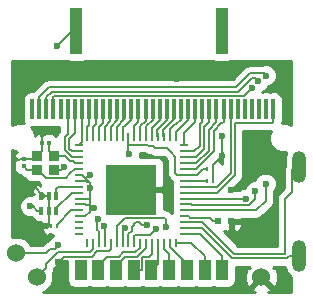
<source format=gtl>
G04 #@! TF.FileFunction,Copper,L1,Top,Signal*
%FSLAX46Y46*%
G04 Gerber Fmt 4.6, Leading zero omitted, Abs format (unit mm)*
G04 Created by KiCad (PCBNEW 4.0.5+dfsg1-4) date Thu Nov  2 15:49:47 2017*
%MOMM*%
%LPD*%
G01*
G04 APERTURE LIST*
%ADD10C,0.100000*%
%ADD11R,0.310000X1.750000*%
%ADD12R,0.300000X0.700000*%
%ADD13R,0.350000X0.300000*%
%ADD14R,0.300000X0.350000*%
%ADD15R,0.280000X0.430000*%
%ADD16R,0.950000X0.850000*%
%ADD17R,1.000000X4.000000*%
%ADD18R,0.600000X0.500000*%
%ADD19R,0.985000X1.750000*%
%ADD20O,0.800000X0.250000*%
%ADD21O,0.250000X0.800000*%
%ADD22R,4.250000X4.250000*%
%ADD23O,1.200000X2.700000*%
%ADD24C,1.524000*%
%ADD25C,0.600000*%
%ADD26C,0.177800*%
%ADD27C,0.254000*%
G04 APERTURE END LIST*
D10*
D11*
X99200000Y-70200000D03*
X99800000Y-70200000D03*
X100400000Y-70200000D03*
X101000000Y-70200000D03*
X101600000Y-70200000D03*
X102200000Y-70200000D03*
X102800000Y-70200000D03*
X103400000Y-70200000D03*
X104000000Y-70200000D03*
X104600000Y-70200000D03*
X105200000Y-70200000D03*
X105800000Y-70200000D03*
X106400000Y-70200000D03*
X107000000Y-70200000D03*
X107600000Y-70200000D03*
X108200000Y-70200000D03*
X108800000Y-70200000D03*
X109400000Y-70200000D03*
X110000000Y-70200000D03*
X110600000Y-70200000D03*
X111200000Y-70200000D03*
X111800000Y-70200000D03*
X112400000Y-70200000D03*
X113000000Y-70200000D03*
X113600000Y-70200000D03*
X114200000Y-70200000D03*
X114800000Y-70200000D03*
X115400000Y-70200000D03*
X116000000Y-70200000D03*
X116600000Y-70200000D03*
X117200000Y-70200000D03*
X117800000Y-70200000D03*
X118400000Y-70200000D03*
X119000000Y-70200000D03*
X119600000Y-70200000D03*
D12*
X99973200Y-78780000D03*
X100613200Y-78780000D03*
X101253200Y-78780000D03*
X101253200Y-77530000D03*
X100613200Y-77530000D03*
X99973200Y-77530000D03*
D13*
X98479600Y-74996000D03*
X98479600Y-74436000D03*
D14*
X100613200Y-73039600D03*
X100053200Y-73039600D03*
D15*
X101273600Y-80050000D03*
X100753600Y-80050000D03*
X113993000Y-76240000D03*
X114513000Y-76240000D03*
X113993000Y-75224000D03*
X114513000Y-75224000D03*
D16*
X101070400Y-74157200D03*
X99620400Y-74157200D03*
X99620400Y-75307200D03*
X101070400Y-75307200D03*
D17*
X102950000Y-63540000D03*
X115250000Y-63540000D03*
D18*
X114973000Y-79669000D03*
X116073000Y-79669000D03*
D19*
X103300000Y-83800000D03*
X104800000Y-83800000D03*
X106300000Y-83800000D03*
X107800000Y-83800000D03*
X109300000Y-83800000D03*
X110800000Y-83800000D03*
X112300000Y-83800000D03*
X113800000Y-83800000D03*
X115300000Y-83800000D03*
D20*
X112075000Y-80750000D03*
X112075000Y-80250000D03*
X112075000Y-79750000D03*
X112075000Y-79250000D03*
X112075000Y-78750000D03*
X112075000Y-78250000D03*
X112075000Y-77750000D03*
X112075000Y-77250000D03*
X112075000Y-76750000D03*
X112075000Y-76250000D03*
X112075000Y-75750000D03*
X112075000Y-75250000D03*
X112075000Y-74750000D03*
X112075000Y-74250000D03*
X112075000Y-73750000D03*
X112075000Y-73250000D03*
D21*
X111350000Y-72525000D03*
X110850000Y-72525000D03*
X110350000Y-72525000D03*
X109850000Y-72525000D03*
X109350000Y-72525000D03*
X108850000Y-72525000D03*
X108350000Y-72525000D03*
X107850000Y-72525000D03*
X107350000Y-72525000D03*
X106850000Y-72525000D03*
X106350000Y-72525000D03*
X105850000Y-72525000D03*
X105350000Y-72525000D03*
X104850000Y-72525000D03*
X104350000Y-72525000D03*
X103850000Y-72525000D03*
D20*
X103125000Y-73250000D03*
X103125000Y-73750000D03*
X103125000Y-74250000D03*
X103125000Y-74750000D03*
X103125000Y-75250000D03*
X103125000Y-75750000D03*
X103125000Y-76250000D03*
X103125000Y-76750000D03*
X103125000Y-77250000D03*
X103125000Y-77750000D03*
X103125000Y-78250000D03*
X103125000Y-78750000D03*
X103125000Y-79250000D03*
X103125000Y-79750000D03*
X103125000Y-80250000D03*
X103125000Y-80750000D03*
D21*
X103850000Y-81475000D03*
X104350000Y-81475000D03*
X104850000Y-81475000D03*
X105350000Y-81475000D03*
X105850000Y-81475000D03*
X106350000Y-81475000D03*
X106850000Y-81475000D03*
X107350000Y-81475000D03*
X107850000Y-81475000D03*
X108350000Y-81475000D03*
X108850000Y-81475000D03*
X109350000Y-81475000D03*
X109850000Y-81475000D03*
X110350000Y-81475000D03*
X110850000Y-81475000D03*
X111350000Y-81475000D03*
D22*
X107600000Y-77000000D03*
D23*
X121800000Y-82600000D03*
X121800000Y-75100000D03*
D24*
X99600000Y-84400000D03*
X97870000Y-82400000D03*
X118600000Y-84400000D03*
D25*
X116793000Y-81320000D03*
X107268000Y-66715000D03*
X102696000Y-66334000D03*
X101426000Y-83098000D03*
X98632000Y-66715000D03*
X111459000Y-67604000D03*
X99775000Y-80050000D03*
X106125000Y-77637000D03*
X106760000Y-75351000D03*
X115142000Y-67477000D03*
X116031000Y-77002000D03*
X98759000Y-76875000D03*
X100156000Y-72049000D03*
X101870519Y-75085707D03*
X115269000Y-74135200D03*
X115269000Y-72430000D03*
X107600000Y-77000000D03*
X108919000Y-80010000D03*
X107395000Y-73954000D03*
X105283300Y-80100800D03*
X110570000Y-80177000D03*
X107072454Y-80214286D03*
X101426000Y-81701000D03*
X104753400Y-79516600D03*
X118970552Y-67335422D03*
X118974981Y-76489728D03*
X118358989Y-67816011D03*
X118063000Y-77129000D03*
X117809000Y-68366000D03*
X117301000Y-77750000D03*
X101299000Y-64810000D03*
X99013000Y-78399000D03*
X104093000Y-76821200D03*
X104093000Y-75732000D03*
X104474000Y-78526000D03*
X109681000Y-80304000D03*
D26*
X102200000Y-70200000D02*
X102200000Y-72296092D01*
X102200000Y-72296092D02*
X101959390Y-72536702D01*
X101959390Y-72536702D02*
X101959390Y-73665098D01*
X101959390Y-73665098D02*
X102544292Y-74250000D01*
X102544292Y-74250000D02*
X103125000Y-74250000D01*
X102315000Y-72684000D02*
X102315000Y-73517800D01*
X102315000Y-73517800D02*
X102547200Y-73750000D01*
X102547200Y-73750000D02*
X103125000Y-73750000D01*
X102800000Y-72199000D02*
X102315000Y-72684000D01*
X102800000Y-70200000D02*
X102800000Y-72199000D01*
X103400000Y-70200000D02*
X103400000Y-72975000D01*
X103400000Y-72975000D02*
X103125000Y-73250000D01*
X104000000Y-70200000D02*
X104000000Y-71507000D01*
X103850000Y-71657000D02*
X103850000Y-72525000D01*
X104000000Y-71507000D02*
X103850000Y-71657000D01*
X104600000Y-70200000D02*
X104600000Y-71415000D01*
X104350000Y-71665000D02*
X104350000Y-72525000D01*
X104600000Y-71415000D02*
X104350000Y-71665000D01*
X105200000Y-70200000D02*
X105200000Y-71317898D01*
X104850000Y-71667898D02*
X104850000Y-72525000D01*
X105200000Y-71317898D02*
X104850000Y-71667898D01*
X105800000Y-70200000D02*
X105800000Y-71220796D01*
X105350000Y-71670796D02*
X105350000Y-72525000D01*
X105800000Y-71220796D02*
X105350000Y-71670796D01*
X106400000Y-70200000D02*
X106400000Y-71123694D01*
X105850000Y-71673694D02*
X105850000Y-72525000D01*
X106400000Y-71123694D02*
X105850000Y-71673694D01*
X107000000Y-70200000D02*
X107000000Y-71026592D01*
X107000000Y-71026592D02*
X106350000Y-71676592D01*
X106350000Y-71676592D02*
X106350000Y-72525000D01*
X107600000Y-70200000D02*
X107600000Y-71082000D01*
X106850000Y-71679490D02*
X106850000Y-72525000D01*
X106937745Y-71591745D02*
X106850000Y-71679490D01*
X107090255Y-71591745D02*
X106937745Y-71591745D01*
X107600000Y-71082000D02*
X107090255Y-71591745D01*
X108200000Y-70200000D02*
X108200000Y-71244000D01*
X107850000Y-71594000D02*
X107850000Y-72525000D01*
X108200000Y-71244000D02*
X107850000Y-71594000D01*
X108800000Y-70200000D02*
X108800000Y-71152000D01*
X108350000Y-71602000D02*
X108350000Y-72525000D01*
X108800000Y-71152000D02*
X108350000Y-71602000D01*
X109400000Y-70200000D02*
X109400000Y-71060000D01*
X109400000Y-71060000D02*
X108850000Y-71610000D01*
X108850000Y-71610000D02*
X108850000Y-72525000D01*
X110000000Y-70200000D02*
X110000000Y-71095000D01*
X109350000Y-71745000D02*
X109350000Y-72525000D01*
X110000000Y-71095000D02*
X109350000Y-71745000D01*
X110600000Y-70200000D02*
X110600000Y-71130000D01*
X109808000Y-71922000D02*
X109808000Y-72483000D01*
X110600000Y-71130000D02*
X109808000Y-71922000D01*
X109808000Y-72483000D02*
X109850000Y-72525000D01*
X111200000Y-70200000D02*
X111200000Y-71032898D01*
X111200000Y-71032898D02*
X110951000Y-71281898D01*
X110951000Y-71281898D02*
X110313449Y-71919449D01*
X110313449Y-71919449D02*
X110313449Y-72488449D01*
X110313449Y-72488449D02*
X110350000Y-72525000D01*
X111800000Y-70200000D02*
X111800000Y-71073000D01*
X111800000Y-71073000D02*
X111400602Y-71472398D01*
X111400602Y-71472398D02*
X111273602Y-71472398D01*
X111273602Y-71472398D02*
X110850000Y-71896000D01*
X110850000Y-71896000D02*
X110850000Y-72525000D01*
X112400000Y-70200000D02*
X112400000Y-71108000D01*
X112400000Y-71108000D02*
X111350000Y-72158000D01*
X111350000Y-72158000D02*
X111350000Y-72525000D01*
X113000000Y-70200000D02*
X113000000Y-71252800D01*
X113000000Y-71252800D02*
X112075000Y-72177800D01*
X112075000Y-72177800D02*
X112075000Y-73250000D01*
X113600000Y-70200000D02*
X113600000Y-71252800D01*
X113600000Y-71252800D02*
X113421701Y-71431099D01*
X113421701Y-71431099D02*
X113421701Y-73261299D01*
X113421701Y-73261299D02*
X112933000Y-73750000D01*
X112933000Y-73750000D02*
X112075000Y-73750000D01*
X113600000Y-70200000D02*
X113600000Y-70670000D01*
X113777311Y-73540689D02*
X113068000Y-74250000D01*
X113068000Y-74250000D02*
X112075000Y-74250000D01*
X114200000Y-70200000D02*
X114200000Y-71252800D01*
X113777311Y-71675489D02*
X113777311Y-73540689D01*
X114200000Y-71252800D02*
X113777311Y-71675489D01*
X114800000Y-70200000D02*
X114800000Y-71248000D01*
X114800000Y-71248000D02*
X114132921Y-71915079D01*
X114132921Y-71915079D02*
X114132920Y-73687988D01*
X114132920Y-73687988D02*
X113070908Y-74750000D01*
X113070908Y-74750000D02*
X112075000Y-74750000D01*
X112075000Y-75250000D02*
X113073816Y-75250000D01*
X113073816Y-75250000D02*
X114558719Y-73765097D01*
X114558719Y-73765097D02*
X114558719Y-71992189D01*
X114558719Y-71992189D02*
X115155610Y-71395298D01*
X115155610Y-71395298D02*
X115257502Y-71395298D01*
X115257502Y-71395298D02*
X115400000Y-71252800D01*
X115400000Y-71252800D02*
X115400000Y-70200000D01*
X112075000Y-76750000D02*
X114828062Y-76750000D01*
X114828062Y-76750000D02*
X116000000Y-75578062D01*
X116000000Y-75578062D02*
X116000000Y-71252800D01*
X116000000Y-71252800D02*
X116000000Y-70200000D01*
X120763562Y-82810438D02*
X120974000Y-82600000D01*
X120974000Y-82600000D02*
X121800000Y-82600000D01*
X116158000Y-82810438D02*
X120763562Y-82810438D01*
X112075000Y-80250000D02*
X113597562Y-80250000D01*
X113597562Y-80250000D02*
X116158000Y-82810438D01*
X121800000Y-81850000D02*
X121800000Y-82600000D01*
X121238000Y-75224000D02*
X121676000Y-75224000D01*
X121676000Y-75224000D02*
X121800000Y-75100000D01*
X121238000Y-77189800D02*
X121238000Y-75224000D01*
X120616264Y-82454828D02*
X120616264Y-77811536D01*
X120616264Y-77811536D02*
X121238000Y-77189800D01*
X116305298Y-82454828D02*
X120616264Y-82454828D01*
X112075000Y-79750000D02*
X113600470Y-79750000D01*
X113600470Y-79750000D02*
X116305298Y-82454828D01*
X104800000Y-83800000D02*
X104800000Y-83417500D01*
X105559201Y-82658299D02*
X106556293Y-82658299D01*
X104800000Y-83417500D02*
X105559201Y-82658299D01*
X106556293Y-82658299D02*
X106911903Y-82302689D01*
X108350000Y-81896622D02*
X108350000Y-81475000D01*
X106911903Y-82302689D02*
X107943933Y-82302689D01*
X107943933Y-82302689D02*
X108350000Y-81896622D01*
X108350000Y-81475000D02*
X108350000Y-81803961D01*
X104800000Y-84182500D02*
X104800000Y-83800000D01*
X108850000Y-81475000D02*
X108850000Y-81899530D01*
X108091231Y-82658299D02*
X107059201Y-82658299D01*
X108850000Y-81899530D02*
X108091231Y-82658299D01*
X107059201Y-82658299D02*
X106300000Y-83417500D01*
X106300000Y-83417500D02*
X106300000Y-83800000D01*
X109350000Y-82413000D02*
X109249200Y-82513800D01*
X109249200Y-82513800D02*
X109173000Y-82590000D01*
X108594139Y-82658299D02*
X109104701Y-82658299D01*
X109104701Y-82658299D02*
X109249200Y-82513800D01*
X108538000Y-83732300D02*
X108538000Y-82714438D01*
X108538000Y-82714438D02*
X108594139Y-82658299D01*
X107800000Y-83800000D02*
X108470300Y-83800000D01*
X108470300Y-83800000D02*
X108538000Y-83732300D01*
X109350000Y-81475000D02*
X109350000Y-82413000D01*
X109850000Y-81475000D02*
X109850000Y-83250000D01*
X109850000Y-83250000D02*
X109300000Y-83800000D01*
X109350000Y-83750000D02*
X109300000Y-83800000D01*
X109300000Y-83800000D02*
X109300000Y-83098000D01*
X110800000Y-83800000D02*
X110800000Y-82439000D01*
X110350000Y-81989000D02*
X110350000Y-81475000D01*
X110800000Y-82439000D02*
X110350000Y-81989000D01*
X110850000Y-81475000D02*
X110850000Y-81854000D01*
X110850000Y-81854000D02*
X112300000Y-83304000D01*
X112300000Y-83304000D02*
X112300000Y-83800000D01*
X111350000Y-81475000D02*
X112630000Y-81475000D01*
X113800000Y-82645000D02*
X113800000Y-83800000D01*
X112630000Y-81475000D02*
X113800000Y-82645000D01*
X112075000Y-80750000D02*
X113429000Y-80750000D01*
X115300000Y-82621000D02*
X115300000Y-83800000D01*
X113429000Y-80750000D02*
X115300000Y-82621000D01*
X102696000Y-66334000D02*
X106887000Y-66334000D01*
X106887000Y-66334000D02*
X107268000Y-66715000D01*
X98632000Y-66715000D02*
X102315000Y-66715000D01*
X102315000Y-66715000D02*
X102696000Y-66334000D01*
X97743000Y-74462000D02*
X97743000Y-75859000D01*
X97743000Y-75859000D02*
X98759000Y-76875000D01*
X98100800Y-74462000D02*
X97743000Y-74462000D01*
X98479600Y-74436000D02*
X98126800Y-74436000D01*
X98126800Y-74436000D02*
X98100800Y-74462000D01*
X116073000Y-79669000D02*
X116073000Y-80600000D01*
X116073000Y-80600000D02*
X116793000Y-81320000D01*
X107600000Y-78326092D02*
X107600000Y-77000000D01*
X100053200Y-73039600D02*
X100053200Y-72151800D01*
X100053200Y-72151800D02*
X100156000Y-72049000D01*
X99973200Y-77530000D02*
X99973200Y-77330000D01*
X99973200Y-77330000D02*
X99518200Y-76875000D01*
X99518200Y-76875000D02*
X99140000Y-76875000D01*
X107268000Y-66715000D02*
X110570000Y-66715000D01*
X110570000Y-66715000D02*
X111459000Y-67604000D01*
X116073000Y-77044000D02*
X116031000Y-77002000D01*
X105850000Y-82052800D02*
X105693800Y-82209000D01*
X105693800Y-82209000D02*
X104696708Y-82209000D01*
X104696708Y-82209000D02*
X104247409Y-82658299D01*
X104247409Y-82658299D02*
X101865701Y-82658299D01*
X101865701Y-82658299D02*
X101426000Y-83098000D01*
X105850000Y-81475000D02*
X105850000Y-82052800D01*
X107600000Y-78109792D02*
X107600000Y-77000000D01*
X99775000Y-80050000D02*
X100753600Y-80050000D01*
X98759000Y-76875000D02*
X99140000Y-76875000D01*
X98479600Y-74436000D02*
X98504600Y-74436000D01*
X101070400Y-75307200D02*
X101649026Y-75307200D01*
X101649026Y-75307200D02*
X101870519Y-75085707D01*
X98479600Y-74436000D02*
X99341600Y-74436000D01*
X99341600Y-74436000D02*
X99620400Y-74157200D01*
X99973200Y-77530000D02*
X100613200Y-77530000D01*
X100613200Y-78780000D02*
X100613200Y-77530000D01*
X100053200Y-73039600D02*
X100053200Y-73724400D01*
X100053200Y-73724400D02*
X99620400Y-74157200D01*
X100613200Y-78780000D02*
X100613200Y-79909600D01*
X100613200Y-79909600D02*
X100753600Y-80050000D01*
X114533000Y-75224000D02*
X114533000Y-74871200D01*
X114533000Y-74871200D02*
X115269000Y-74135200D01*
X115269000Y-74135200D02*
X115269000Y-72854264D01*
X115269000Y-72854264D02*
X115269000Y-72430000D01*
X114533000Y-76240000D02*
X114533000Y-75224000D01*
X108919000Y-80010000D02*
X108494736Y-80010000D01*
X108494736Y-80010000D02*
X108232047Y-79747311D01*
X108232047Y-79747311D02*
X107951689Y-79747311D01*
X107639155Y-80186845D02*
X107816000Y-80010000D01*
X107816000Y-80010000D02*
X107816000Y-79883000D01*
X107816000Y-79883000D02*
X107951689Y-79747311D01*
X107639155Y-80486303D02*
X107639155Y-80186845D01*
X107350000Y-80775458D02*
X107639155Y-80486303D01*
X107350000Y-81475000D02*
X107350000Y-80775458D01*
X107350000Y-73102800D02*
X107350000Y-73909000D01*
X107350000Y-73909000D02*
X107395000Y-73954000D01*
X105350000Y-81475000D02*
X105350000Y-80167500D01*
X105350000Y-80167500D02*
X105283300Y-80100800D01*
X109066200Y-73319000D02*
X109427000Y-73319000D01*
X109427000Y-73319000D02*
X109604780Y-73496780D01*
X110657658Y-73520344D02*
X110957657Y-73820343D01*
X109604780Y-73496780D02*
X110634094Y-73496780D01*
X110634094Y-73496780D02*
X110657658Y-73520344D01*
X111332000Y-75584800D02*
X111332000Y-74194686D01*
X111332000Y-74194686D02*
X110957657Y-73820343D01*
X112983000Y-75750000D02*
X113076724Y-75750000D01*
X113119200Y-75750000D02*
X113645200Y-75224000D01*
X112075000Y-75750000D02*
X112983000Y-75750000D01*
X112983000Y-75750000D02*
X113119200Y-75750000D01*
X113645200Y-75224000D02*
X113973000Y-75224000D01*
X109066200Y-73319000D02*
X108938910Y-73191710D01*
X111497200Y-75750000D02*
X111332000Y-75584800D01*
X112075000Y-75750000D02*
X111497200Y-75750000D01*
X107438910Y-73191710D02*
X107350000Y-73102800D01*
X108938910Y-73191710D02*
X107438910Y-73191710D01*
X107350000Y-73102800D02*
X107350000Y-72525000D01*
X112093000Y-75732000D02*
X112075000Y-75750000D01*
X106350000Y-81475000D02*
X106350000Y-80098022D01*
X106350000Y-80098022D02*
X107037299Y-79410723D01*
X107037299Y-79410723D02*
X107037299Y-79391701D01*
X110570000Y-79542000D02*
X110570000Y-80177000D01*
X110419701Y-79391701D02*
X110570000Y-79542000D01*
X107037299Y-79391701D02*
X110419701Y-79391701D01*
X106850000Y-81475000D02*
X106850000Y-80436740D01*
X106850000Y-80436740D02*
X107072454Y-80214286D01*
X104350000Y-81475000D02*
X104350000Y-82052800D01*
X104350000Y-82052800D02*
X104100111Y-82302689D01*
X104100111Y-82302689D02*
X101382593Y-82302689D01*
X101382593Y-82302689D02*
X100361999Y-83323283D01*
X100361999Y-83323283D02*
X100361999Y-83638001D01*
X100361999Y-83638001D02*
X99600000Y-84400000D01*
X101426000Y-81701000D02*
X101126001Y-82000999D01*
X101126001Y-82000999D02*
X100746001Y-82000999D01*
X100746001Y-82000999D02*
X100347000Y-82400000D01*
X100347000Y-82400000D02*
X97870000Y-82400000D01*
X104850000Y-81475000D02*
X104850000Y-80506218D01*
X104850000Y-80506218D02*
X104716599Y-80372817D01*
X104716599Y-80372817D02*
X104716599Y-79553401D01*
X104716599Y-79553401D02*
X104753400Y-79516600D01*
X117672971Y-67160403D02*
X116486294Y-68347080D01*
X116486294Y-68347080D02*
X100600120Y-68347080D01*
X100600120Y-68347080D02*
X99800000Y-69147200D01*
X99800000Y-69147200D02*
X99800000Y-70200000D01*
X118970552Y-67335422D02*
X118795532Y-67160402D01*
X118795532Y-67160402D02*
X117672971Y-67160403D01*
X112075000Y-78750000D02*
X118164626Y-78750000D01*
X118164626Y-78750000D02*
X118974981Y-77939645D01*
X118974981Y-77939645D02*
X118974981Y-76489728D01*
X99775000Y-70225000D02*
X99800000Y-70200000D01*
X112075000Y-78250000D02*
X112652800Y-78250000D01*
X118063000Y-77826718D02*
X118063000Y-77553264D01*
X112652800Y-78250000D02*
X112719501Y-78316701D01*
X112719501Y-78316701D02*
X117573017Y-78316701D01*
X117573017Y-78316701D02*
X118063000Y-77826718D01*
X118063000Y-77553264D02*
X118063000Y-77129000D01*
X118358989Y-67816011D02*
X118058990Y-67516012D01*
X118058990Y-67516012D02*
X117820270Y-67516012D01*
X117820270Y-67516012D02*
X116633592Y-68702690D01*
X116633592Y-68702690D02*
X100844510Y-68702690D01*
X100844510Y-68702690D02*
X100400000Y-69147200D01*
X100400000Y-69147200D02*
X100400000Y-70200000D01*
X100410000Y-70210000D02*
X100400000Y-70200000D01*
X112075000Y-77750000D02*
X117301000Y-77750000D01*
X117809000Y-68366000D02*
X117116701Y-69058299D01*
X117116701Y-69058299D02*
X101088901Y-69058299D01*
X101088901Y-69058299D02*
X101000000Y-69147200D01*
X101000000Y-69147200D02*
X101000000Y-70200000D01*
X101045000Y-70245000D02*
X101000000Y-70200000D01*
X112075000Y-76250000D02*
X113963000Y-76250000D01*
X113963000Y-76250000D02*
X113973000Y-76240000D01*
X112075000Y-77250000D02*
X114830970Y-77250000D01*
X116357299Y-71341701D02*
X119511099Y-71341701D01*
X114830970Y-77250000D02*
X116355610Y-75725360D01*
X116355610Y-75725360D02*
X116355610Y-71343390D01*
X116355610Y-71343390D02*
X116357299Y-71341701D01*
X119511099Y-71341701D02*
X119600000Y-71252800D01*
X119600000Y-71252800D02*
X119600000Y-70200000D01*
X112075000Y-79250000D02*
X112437000Y-79250000D01*
X112437000Y-79250000D02*
X112581390Y-79394390D01*
X112581390Y-79394390D02*
X114220590Y-79394390D01*
X114220590Y-79394390D02*
X114495200Y-79669000D01*
X114495200Y-79669000D02*
X114973000Y-79669000D01*
X101424000Y-76750000D02*
X101253200Y-76920800D01*
X101253200Y-76920800D02*
X101253200Y-77530000D01*
X103125000Y-76750000D02*
X101424000Y-76750000D01*
X101253200Y-78780000D02*
X101253200Y-78544000D01*
X101253200Y-78544000D02*
X102547200Y-77250000D01*
X102547200Y-77250000D02*
X103125000Y-77250000D01*
X101299000Y-64810000D02*
X102569000Y-63540000D01*
X102569000Y-63540000D02*
X102950000Y-63540000D01*
X99264400Y-78399000D02*
X99013000Y-78399000D01*
X99973200Y-78780000D02*
X99645400Y-78780000D01*
X99645400Y-78780000D02*
X99264400Y-78399000D01*
X101273600Y-80050000D02*
X101273600Y-79975000D01*
X101273600Y-79975000D02*
X102498600Y-78750000D01*
X102498600Y-78750000D02*
X102547200Y-78750000D01*
X102547200Y-78750000D02*
X103125000Y-78750000D01*
X101070400Y-74157200D02*
X101948584Y-74157200D01*
X101948584Y-74157200D02*
X102396994Y-74605610D01*
X102396994Y-74605610D02*
X102651649Y-74605610D01*
X102651649Y-74605610D02*
X102796039Y-74750000D01*
X102796039Y-74750000D02*
X103125000Y-74750000D01*
X100613200Y-73039600D02*
X100613200Y-73700000D01*
X100613200Y-73700000D02*
X101070400Y-74157200D01*
X103125000Y-75250000D02*
X102796039Y-75250000D01*
X102796039Y-75250000D02*
X102442000Y-75604039D01*
X102442000Y-75604039D02*
X102442000Y-75605000D01*
X102442000Y-75605000D02*
X102048099Y-75998901D01*
X102048099Y-75998901D02*
X100362101Y-75998901D01*
X100362101Y-75998901D02*
X99670400Y-75307200D01*
X99670400Y-75307200D02*
X99620400Y-75307200D01*
X99620400Y-75307200D02*
X98790800Y-75307200D01*
X98790800Y-75307200D02*
X98479600Y-74996000D01*
X104093000Y-76443000D02*
X104093000Y-76821200D01*
X104017000Y-76367000D02*
X103839000Y-76189000D01*
X103839000Y-76189000D02*
X103400000Y-75750000D01*
X104093000Y-75732000D02*
X103793001Y-76031999D01*
X103793001Y-76031999D02*
X103793001Y-76143001D01*
X103793001Y-76143001D02*
X103839000Y-76189000D01*
X104093000Y-78859800D02*
X104093000Y-78526000D01*
X104093000Y-78526000D02*
X104093000Y-78272000D01*
X104474000Y-78526000D02*
X104093000Y-78526000D01*
X104093000Y-78272000D02*
X104093000Y-77764000D01*
X104093000Y-77764000D02*
X104093000Y-76443000D01*
X103125000Y-77750000D02*
X103702800Y-77750000D01*
X103702800Y-77750000D02*
X103716800Y-77764000D01*
X103716800Y-77764000D02*
X104093000Y-77764000D01*
X103724800Y-78272000D02*
X104093000Y-78272000D01*
X103125000Y-78250000D02*
X103702800Y-78250000D01*
X103702800Y-78250000D02*
X103724800Y-78272000D01*
X104093000Y-76443000D02*
X104017000Y-76367000D01*
X103125000Y-76250000D02*
X103702800Y-76250000D01*
X103702800Y-76250000D02*
X103819800Y-76367000D01*
X103819800Y-76367000D02*
X104017000Y-76367000D01*
X103400000Y-75750000D02*
X103125000Y-75750000D01*
X103125000Y-79250000D02*
X103702800Y-79250000D01*
X103702800Y-79250000D02*
X104093000Y-78859800D01*
X107850000Y-81475000D02*
X107850000Y-80897200D01*
X107850000Y-80897200D02*
X107938910Y-80808290D01*
X107938910Y-80808290D02*
X109176710Y-80808290D01*
X109176710Y-80808290D02*
X109681000Y-80304000D01*
X107850000Y-81475000D02*
X107804000Y-81475000D01*
D27*
G36*
X102160060Y-84675000D02*
X102204338Y-84910317D01*
X102343410Y-85126441D01*
X102555610Y-85271431D01*
X102807500Y-85322440D01*
X103792500Y-85322440D01*
X104027817Y-85278162D01*
X104047204Y-85265687D01*
X104055610Y-85271431D01*
X104307500Y-85322440D01*
X105292500Y-85322440D01*
X105527817Y-85278162D01*
X105547204Y-85265687D01*
X105555610Y-85271431D01*
X105807500Y-85322440D01*
X106792500Y-85322440D01*
X107027817Y-85278162D01*
X107047204Y-85265687D01*
X107055610Y-85271431D01*
X107307500Y-85322440D01*
X108292500Y-85322440D01*
X108527817Y-85278162D01*
X108547204Y-85265687D01*
X108555610Y-85271431D01*
X108807500Y-85322440D01*
X109792500Y-85322440D01*
X110027817Y-85278162D01*
X110047204Y-85265687D01*
X110055610Y-85271431D01*
X110307500Y-85322440D01*
X111292500Y-85322440D01*
X111527817Y-85278162D01*
X111547204Y-85265687D01*
X111555610Y-85271431D01*
X111807500Y-85322440D01*
X112792500Y-85322440D01*
X113027817Y-85278162D01*
X113047204Y-85265687D01*
X113055610Y-85271431D01*
X113307500Y-85322440D01*
X114292500Y-85322440D01*
X114527817Y-85278162D01*
X114547204Y-85265687D01*
X114555610Y-85271431D01*
X114807500Y-85322440D01*
X115792500Y-85322440D01*
X116027817Y-85278162D01*
X116243941Y-85139090D01*
X116388931Y-84926890D01*
X116439940Y-84675000D01*
X116439940Y-83534338D01*
X117554730Y-83534338D01*
X117619785Y-83599393D01*
X117377603Y-83668857D01*
X117190856Y-84192302D01*
X117218638Y-84747368D01*
X117377603Y-85131143D01*
X117619787Y-85200608D01*
X118420395Y-84400000D01*
X118406253Y-84385858D01*
X118585858Y-84206253D01*
X118600000Y-84220395D01*
X118614143Y-84206253D01*
X118793748Y-84385858D01*
X118779605Y-84400000D01*
X119580213Y-85200608D01*
X119822397Y-85131143D01*
X120009144Y-84607698D01*
X119981362Y-84052632D01*
X119822397Y-83668857D01*
X119580215Y-83599393D01*
X119645270Y-83534338D01*
X120593932Y-83534338D01*
X120659009Y-83861502D01*
X120926723Y-84262165D01*
X121111000Y-84385295D01*
X121111000Y-85690000D01*
X119167935Y-85690000D01*
X119331143Y-85622397D01*
X119400608Y-85380213D01*
X118600000Y-84579605D01*
X117799392Y-85380213D01*
X117868857Y-85622397D01*
X118058346Y-85690000D01*
X100136207Y-85690000D01*
X100390303Y-85585010D01*
X100783629Y-85192370D01*
X100996757Y-84679100D01*
X100997242Y-84123339D01*
X100956878Y-84025651D01*
X101030795Y-83915026D01*
X101085899Y-83638001D01*
X101085899Y-83623133D01*
X101682443Y-83026589D01*
X102160060Y-83026589D01*
X102160060Y-84675000D01*
X102160060Y-84675000D01*
G37*
X102160060Y-84675000D02*
X102204338Y-84910317D01*
X102343410Y-85126441D01*
X102555610Y-85271431D01*
X102807500Y-85322440D01*
X103792500Y-85322440D01*
X104027817Y-85278162D01*
X104047204Y-85265687D01*
X104055610Y-85271431D01*
X104307500Y-85322440D01*
X105292500Y-85322440D01*
X105527817Y-85278162D01*
X105547204Y-85265687D01*
X105555610Y-85271431D01*
X105807500Y-85322440D01*
X106792500Y-85322440D01*
X107027817Y-85278162D01*
X107047204Y-85265687D01*
X107055610Y-85271431D01*
X107307500Y-85322440D01*
X108292500Y-85322440D01*
X108527817Y-85278162D01*
X108547204Y-85265687D01*
X108555610Y-85271431D01*
X108807500Y-85322440D01*
X109792500Y-85322440D01*
X110027817Y-85278162D01*
X110047204Y-85265687D01*
X110055610Y-85271431D01*
X110307500Y-85322440D01*
X111292500Y-85322440D01*
X111527817Y-85278162D01*
X111547204Y-85265687D01*
X111555610Y-85271431D01*
X111807500Y-85322440D01*
X112792500Y-85322440D01*
X113027817Y-85278162D01*
X113047204Y-85265687D01*
X113055610Y-85271431D01*
X113307500Y-85322440D01*
X114292500Y-85322440D01*
X114527817Y-85278162D01*
X114547204Y-85265687D01*
X114555610Y-85271431D01*
X114807500Y-85322440D01*
X115792500Y-85322440D01*
X116027817Y-85278162D01*
X116243941Y-85139090D01*
X116388931Y-84926890D01*
X116439940Y-84675000D01*
X116439940Y-83534338D01*
X117554730Y-83534338D01*
X117619785Y-83599393D01*
X117377603Y-83668857D01*
X117190856Y-84192302D01*
X117218638Y-84747368D01*
X117377603Y-85131143D01*
X117619787Y-85200608D01*
X118420395Y-84400000D01*
X118406253Y-84385858D01*
X118585858Y-84206253D01*
X118600000Y-84220395D01*
X118614143Y-84206253D01*
X118793748Y-84385858D01*
X118779605Y-84400000D01*
X119580213Y-85200608D01*
X119822397Y-85131143D01*
X120009144Y-84607698D01*
X119981362Y-84052632D01*
X119822397Y-83668857D01*
X119580215Y-83599393D01*
X119645270Y-83534338D01*
X120593932Y-83534338D01*
X120659009Y-83861502D01*
X120926723Y-84262165D01*
X121111000Y-84385295D01*
X121111000Y-85690000D01*
X119167935Y-85690000D01*
X119331143Y-85622397D01*
X119400608Y-85380213D01*
X118600000Y-84579605D01*
X117799392Y-85380213D01*
X117868857Y-85622397D01*
X118058346Y-85690000D01*
X100136207Y-85690000D01*
X100390303Y-85585010D01*
X100783629Y-85192370D01*
X100996757Y-84679100D01*
X100997242Y-84123339D01*
X100956878Y-84025651D01*
X101030795Y-83915026D01*
X101085899Y-83638001D01*
X101085899Y-83623133D01*
X101682443Y-83026589D01*
X102160060Y-83026589D01*
X102160060Y-84675000D01*
G36*
X119265215Y-72353266D02*
X119264786Y-72844579D01*
X119452408Y-73298657D01*
X119799515Y-73646371D01*
X120253266Y-73834785D01*
X120661252Y-73835141D01*
X120659009Y-73838498D01*
X120565000Y-74311112D01*
X120565000Y-74968110D01*
X120514100Y-75224000D01*
X120514100Y-76889951D01*
X120104389Y-77299661D01*
X119947468Y-77534511D01*
X119947468Y-77534512D01*
X119892363Y-77811536D01*
X119892364Y-77811541D01*
X119892364Y-81730928D01*
X116605147Y-81730928D01*
X115414108Y-80539889D01*
X115508317Y-80522162D01*
X115532406Y-80506661D01*
X115646691Y-80554000D01*
X115787250Y-80554000D01*
X115946000Y-80395250D01*
X115946000Y-79794000D01*
X116200000Y-79794000D01*
X116200000Y-80395250D01*
X116358750Y-80554000D01*
X116499309Y-80554000D01*
X116732698Y-80457327D01*
X116911327Y-80278699D01*
X117008000Y-80045310D01*
X117008000Y-79952750D01*
X116849250Y-79794000D01*
X116200000Y-79794000D01*
X115946000Y-79794000D01*
X115926000Y-79794000D01*
X115926000Y-79544000D01*
X115946000Y-79544000D01*
X115946000Y-79522000D01*
X116200000Y-79522000D01*
X116200000Y-79544000D01*
X116849250Y-79544000D01*
X116919350Y-79473900D01*
X118164621Y-79473900D01*
X118164626Y-79473901D01*
X118395689Y-79427939D01*
X118441651Y-79418796D01*
X118676501Y-79261875D01*
X119486856Y-78451520D01*
X119509035Y-78418327D01*
X119643777Y-78216670D01*
X119662613Y-78121975D01*
X119698882Y-77939645D01*
X119698881Y-77939640D01*
X119698881Y-77088228D01*
X119767173Y-77020055D01*
X119909819Y-76676527D01*
X119910143Y-76304561D01*
X119768098Y-75960785D01*
X119505308Y-75697536D01*
X119161780Y-75554890D01*
X118789814Y-75554566D01*
X118446038Y-75696611D01*
X118182789Y-75959401D01*
X118085367Y-76194019D01*
X117877833Y-76193838D01*
X117534057Y-76335883D01*
X117270808Y-76598673D01*
X117181024Y-76814895D01*
X117115833Y-76814838D01*
X116772057Y-76956883D01*
X116702719Y-77026100D01*
X116078620Y-77026100D01*
X116867482Y-76237237D01*
X116867485Y-76237235D01*
X116998712Y-76040839D01*
X117024407Y-76002384D01*
X117079511Y-75725360D01*
X117079510Y-75725355D01*
X117079510Y-72065601D01*
X119384664Y-72065601D01*
X119265215Y-72353266D01*
X119265215Y-72353266D01*
G37*
X119265215Y-72353266D02*
X119264786Y-72844579D01*
X119452408Y-73298657D01*
X119799515Y-73646371D01*
X120253266Y-73834785D01*
X120661252Y-73835141D01*
X120659009Y-73838498D01*
X120565000Y-74311112D01*
X120565000Y-74968110D01*
X120514100Y-75224000D01*
X120514100Y-76889951D01*
X120104389Y-77299661D01*
X119947468Y-77534511D01*
X119947468Y-77534512D01*
X119892363Y-77811536D01*
X119892364Y-77811541D01*
X119892364Y-81730928D01*
X116605147Y-81730928D01*
X115414108Y-80539889D01*
X115508317Y-80522162D01*
X115532406Y-80506661D01*
X115646691Y-80554000D01*
X115787250Y-80554000D01*
X115946000Y-80395250D01*
X115946000Y-79794000D01*
X116200000Y-79794000D01*
X116200000Y-80395250D01*
X116358750Y-80554000D01*
X116499309Y-80554000D01*
X116732698Y-80457327D01*
X116911327Y-80278699D01*
X117008000Y-80045310D01*
X117008000Y-79952750D01*
X116849250Y-79794000D01*
X116200000Y-79794000D01*
X115946000Y-79794000D01*
X115926000Y-79794000D01*
X115926000Y-79544000D01*
X115946000Y-79544000D01*
X115946000Y-79522000D01*
X116200000Y-79522000D01*
X116200000Y-79544000D01*
X116849250Y-79544000D01*
X116919350Y-79473900D01*
X118164621Y-79473900D01*
X118164626Y-79473901D01*
X118395689Y-79427939D01*
X118441651Y-79418796D01*
X118676501Y-79261875D01*
X119486856Y-78451520D01*
X119509035Y-78418327D01*
X119643777Y-78216670D01*
X119662613Y-78121975D01*
X119698882Y-77939645D01*
X119698881Y-77939640D01*
X119698881Y-77088228D01*
X119767173Y-77020055D01*
X119909819Y-76676527D01*
X119910143Y-76304561D01*
X119768098Y-75960785D01*
X119505308Y-75697536D01*
X119161780Y-75554890D01*
X118789814Y-75554566D01*
X118446038Y-75696611D01*
X118182789Y-75959401D01*
X118085367Y-76194019D01*
X117877833Y-76193838D01*
X117534057Y-76335883D01*
X117270808Y-76598673D01*
X117181024Y-76814895D01*
X117115833Y-76814838D01*
X116772057Y-76956883D01*
X116702719Y-77026100D01*
X116078620Y-77026100D01*
X116867482Y-76237237D01*
X116867485Y-76237235D01*
X116998712Y-76040839D01*
X117024407Y-76002384D01*
X117079511Y-75725360D01*
X117079510Y-75725355D01*
X117079510Y-72065601D01*
X119384664Y-72065601D01*
X119265215Y-72353266D01*
G36*
X97499515Y-73646371D02*
X97885803Y-73806772D01*
X97766273Y-73926302D01*
X97669600Y-74159691D01*
X97669600Y-74202250D01*
X97828350Y-74361000D01*
X97885654Y-74361000D01*
X97853159Y-74381910D01*
X97708169Y-74594110D01*
X97698756Y-74640594D01*
X97669600Y-74669750D01*
X97669600Y-74712309D01*
X97679428Y-74736036D01*
X97657160Y-74846000D01*
X97657160Y-75146000D01*
X97701438Y-75381317D01*
X97840510Y-75597441D01*
X98052710Y-75742431D01*
X98240262Y-75780411D01*
X98278923Y-75819072D01*
X98278925Y-75819075D01*
X98513775Y-75975996D01*
X98552673Y-75983733D01*
X98681310Y-76183641D01*
X98893510Y-76328631D01*
X99145400Y-76379640D01*
X99719090Y-76379640D01*
X99850226Y-76510776D01*
X99901446Y-76545000D01*
X99846198Y-76545000D01*
X99846198Y-76651748D01*
X99739450Y-76545000D01*
X99696891Y-76545000D01*
X99463502Y-76641673D01*
X99284873Y-76820301D01*
X99188200Y-77053690D01*
X99188200Y-77244250D01*
X99346948Y-77402998D01*
X99188200Y-77402998D01*
X99188200Y-77464152D01*
X98827833Y-77463838D01*
X98484057Y-77605883D01*
X98220808Y-77868673D01*
X98078162Y-78212201D01*
X98077838Y-78584167D01*
X98219883Y-78927943D01*
X98482673Y-79191192D01*
X98826201Y-79333838D01*
X99196811Y-79334161D01*
X99216673Y-79347432D01*
X99220038Y-79365317D01*
X99359110Y-79581441D01*
X99571310Y-79726431D01*
X99823200Y-79777440D01*
X99978600Y-79777440D01*
X99978600Y-79783750D01*
X100137350Y-79942500D01*
X100486160Y-79942500D01*
X100486160Y-80157500D01*
X100137350Y-80157500D01*
X99978600Y-80316250D01*
X99978600Y-80391310D01*
X100075273Y-80624699D01*
X100253902Y-80803327D01*
X100487291Y-80900000D01*
X100524850Y-80900000D01*
X100683600Y-80741250D01*
X100683600Y-80726068D01*
X100881710Y-80861431D01*
X100959542Y-80877192D01*
X100962990Y-80880640D01*
X100897057Y-80907883D01*
X100633808Y-81170673D01*
X100575536Y-81311006D01*
X100468977Y-81332202D01*
X100445334Y-81348000D01*
X100234126Y-81489124D01*
X100234124Y-81489127D01*
X100047151Y-81676100D01*
X99082447Y-81676100D01*
X99055010Y-81609697D01*
X98662370Y-81216371D01*
X98149100Y-81003243D01*
X97593339Y-81002758D01*
X97489000Y-81045870D01*
X97489000Y-73635838D01*
X97499515Y-73646371D01*
X97499515Y-73646371D01*
G37*
X97499515Y-73646371D02*
X97885803Y-73806772D01*
X97766273Y-73926302D01*
X97669600Y-74159691D01*
X97669600Y-74202250D01*
X97828350Y-74361000D01*
X97885654Y-74361000D01*
X97853159Y-74381910D01*
X97708169Y-74594110D01*
X97698756Y-74640594D01*
X97669600Y-74669750D01*
X97669600Y-74712309D01*
X97679428Y-74736036D01*
X97657160Y-74846000D01*
X97657160Y-75146000D01*
X97701438Y-75381317D01*
X97840510Y-75597441D01*
X98052710Y-75742431D01*
X98240262Y-75780411D01*
X98278923Y-75819072D01*
X98278925Y-75819075D01*
X98513775Y-75975996D01*
X98552673Y-75983733D01*
X98681310Y-76183641D01*
X98893510Y-76328631D01*
X99145400Y-76379640D01*
X99719090Y-76379640D01*
X99850226Y-76510776D01*
X99901446Y-76545000D01*
X99846198Y-76545000D01*
X99846198Y-76651748D01*
X99739450Y-76545000D01*
X99696891Y-76545000D01*
X99463502Y-76641673D01*
X99284873Y-76820301D01*
X99188200Y-77053690D01*
X99188200Y-77244250D01*
X99346948Y-77402998D01*
X99188200Y-77402998D01*
X99188200Y-77464152D01*
X98827833Y-77463838D01*
X98484057Y-77605883D01*
X98220808Y-77868673D01*
X98078162Y-78212201D01*
X98077838Y-78584167D01*
X98219883Y-78927943D01*
X98482673Y-79191192D01*
X98826201Y-79333838D01*
X99196811Y-79334161D01*
X99216673Y-79347432D01*
X99220038Y-79365317D01*
X99359110Y-79581441D01*
X99571310Y-79726431D01*
X99823200Y-79777440D01*
X99978600Y-79777440D01*
X99978600Y-79783750D01*
X100137350Y-79942500D01*
X100486160Y-79942500D01*
X100486160Y-80157500D01*
X100137350Y-80157500D01*
X99978600Y-80316250D01*
X99978600Y-80391310D01*
X100075273Y-80624699D01*
X100253902Y-80803327D01*
X100487291Y-80900000D01*
X100524850Y-80900000D01*
X100683600Y-80741250D01*
X100683600Y-80726068D01*
X100881710Y-80861431D01*
X100959542Y-80877192D01*
X100962990Y-80880640D01*
X100897057Y-80907883D01*
X100633808Y-81170673D01*
X100575536Y-81311006D01*
X100468977Y-81332202D01*
X100445334Y-81348000D01*
X100234126Y-81489124D01*
X100234124Y-81489127D01*
X100047151Y-81676100D01*
X99082447Y-81676100D01*
X99055010Y-81609697D01*
X98662370Y-81216371D01*
X98149100Y-81003243D01*
X97593339Y-81002758D01*
X97489000Y-81045870D01*
X97489000Y-73635838D01*
X97499515Y-73646371D01*
G36*
X108789175Y-73987796D02*
X109066200Y-74042900D01*
X109144156Y-74042900D01*
X109327756Y-74165577D01*
X109604780Y-74220681D01*
X109604785Y-74220680D01*
X110334245Y-74220680D01*
X110445780Y-74332215D01*
X110445782Y-74332218D01*
X110608100Y-74494536D01*
X110608100Y-75584795D01*
X110608099Y-75584800D01*
X110644109Y-75765828D01*
X110663204Y-75861825D01*
X110776910Y-76031999D01*
X110820125Y-76096675D01*
X110985325Y-76261875D01*
X111027720Y-76290202D01*
X111069452Y-76500000D01*
X111019723Y-76750000D01*
X111069452Y-77000000D01*
X111019723Y-77250000D01*
X111069452Y-77500000D01*
X111019723Y-77750000D01*
X111069452Y-78000000D01*
X111019723Y-78250000D01*
X111069452Y-78500000D01*
X111019723Y-78750000D01*
X111069452Y-79000000D01*
X111066515Y-79014765D01*
X110931576Y-78879826D01*
X110856259Y-78829501D01*
X110696726Y-78722905D01*
X110644915Y-78712599D01*
X110419701Y-78667800D01*
X110419696Y-78667801D01*
X110360000Y-78667801D01*
X110360000Y-77285750D01*
X110201250Y-77127000D01*
X107727000Y-77127000D01*
X107727000Y-77147000D01*
X107473000Y-77147000D01*
X107473000Y-77127000D01*
X107453000Y-77127000D01*
X107453000Y-76873000D01*
X107473000Y-76873000D01*
X107473000Y-76853000D01*
X107727000Y-76853000D01*
X107727000Y-76873000D01*
X110201250Y-76873000D01*
X110360000Y-76714250D01*
X110360000Y-74748690D01*
X110263327Y-74515301D01*
X110084698Y-74336673D01*
X109851309Y-74240000D01*
X108288646Y-74240000D01*
X108329838Y-74140799D01*
X108330034Y-73915610D01*
X108681140Y-73915610D01*
X108789175Y-73987796D01*
X108789175Y-73987796D01*
G37*
X108789175Y-73987796D02*
X109066200Y-74042900D01*
X109144156Y-74042900D01*
X109327756Y-74165577D01*
X109604780Y-74220681D01*
X109604785Y-74220680D01*
X110334245Y-74220680D01*
X110445780Y-74332215D01*
X110445782Y-74332218D01*
X110608100Y-74494536D01*
X110608100Y-75584795D01*
X110608099Y-75584800D01*
X110644109Y-75765828D01*
X110663204Y-75861825D01*
X110776910Y-76031999D01*
X110820125Y-76096675D01*
X110985325Y-76261875D01*
X111027720Y-76290202D01*
X111069452Y-76500000D01*
X111019723Y-76750000D01*
X111069452Y-77000000D01*
X111019723Y-77250000D01*
X111069452Y-77500000D01*
X111019723Y-77750000D01*
X111069452Y-78000000D01*
X111019723Y-78250000D01*
X111069452Y-78500000D01*
X111019723Y-78750000D01*
X111069452Y-79000000D01*
X111066515Y-79014765D01*
X110931576Y-78879826D01*
X110856259Y-78829501D01*
X110696726Y-78722905D01*
X110644915Y-78712599D01*
X110419701Y-78667800D01*
X110419696Y-78667801D01*
X110360000Y-78667801D01*
X110360000Y-77285750D01*
X110201250Y-77127000D01*
X107727000Y-77127000D01*
X107727000Y-77147000D01*
X107473000Y-77147000D01*
X107473000Y-77127000D01*
X107453000Y-77127000D01*
X107453000Y-76873000D01*
X107473000Y-76873000D01*
X107473000Y-76853000D01*
X107727000Y-76853000D01*
X107727000Y-76873000D01*
X110201250Y-76873000D01*
X110360000Y-76714250D01*
X110360000Y-74748690D01*
X110263327Y-74515301D01*
X110084698Y-74336673D01*
X109851309Y-74240000D01*
X108288646Y-74240000D01*
X108329838Y-74140799D01*
X108330034Y-73915610D01*
X108681140Y-73915610D01*
X108789175Y-73987796D01*
G36*
X99986950Y-77403000D02*
X100120200Y-77403000D01*
X100120200Y-77657000D01*
X99986950Y-77657000D01*
X99966950Y-77677000D01*
X99898200Y-77677000D01*
X99898200Y-77657000D01*
X99826200Y-77657000D01*
X99826200Y-77403000D01*
X99898200Y-77403000D01*
X99898200Y-77383000D01*
X99966950Y-77383000D01*
X99986950Y-77403000D01*
X99986950Y-77403000D01*
G37*
X99986950Y-77403000D02*
X100120200Y-77403000D01*
X100120200Y-77657000D01*
X99986950Y-77657000D01*
X99966950Y-77677000D01*
X99898200Y-77677000D01*
X99898200Y-77657000D01*
X99826200Y-77657000D01*
X99826200Y-77403000D01*
X99898200Y-77403000D01*
X99898200Y-77383000D01*
X99966950Y-77383000D01*
X99986950Y-77403000D01*
G36*
X115276100Y-74853961D02*
X115191327Y-74649301D01*
X115012698Y-74470673D01*
X114916669Y-74430897D01*
X115070594Y-74276972D01*
X115092461Y-74244245D01*
X115227515Y-74042122D01*
X115247406Y-73942123D01*
X115276100Y-73797874D01*
X115276100Y-74853961D01*
X115276100Y-74853961D01*
G37*
X115276100Y-74853961D02*
X115191327Y-74649301D01*
X115012698Y-74470673D01*
X114916669Y-74430897D01*
X115070594Y-74276972D01*
X115092461Y-74244245D01*
X115227515Y-74042122D01*
X115247406Y-73942123D01*
X115276100Y-73797874D01*
X115276100Y-74853961D01*
G36*
X99747400Y-74030200D02*
X99767400Y-74030200D01*
X99767400Y-74234760D01*
X99473400Y-74234760D01*
X99473400Y-74030200D01*
X99493400Y-74030200D01*
X99493400Y-74010200D01*
X99747400Y-74010200D01*
X99747400Y-74030200D01*
X99747400Y-74030200D01*
G37*
X99747400Y-74030200D02*
X99767400Y-74030200D01*
X99767400Y-74234760D01*
X99473400Y-74234760D01*
X99473400Y-74030200D01*
X99493400Y-74030200D01*
X99493400Y-74010200D01*
X99747400Y-74010200D01*
X99747400Y-74030200D01*
G36*
X101445000Y-71722440D02*
X101476100Y-71722440D01*
X101476100Y-71996242D01*
X101447515Y-72024827D01*
X101290594Y-72259677D01*
X101290594Y-72259678D01*
X101252325Y-72452064D01*
X101227290Y-72413159D01*
X101015090Y-72268169D01*
X100763200Y-72217160D01*
X100463200Y-72217160D01*
X100350618Y-72238344D01*
X100329509Y-72229600D01*
X100286950Y-72229600D01*
X100261423Y-72255127D01*
X100227883Y-72261438D01*
X100011759Y-72400510D01*
X99978200Y-72449625D01*
X99978200Y-72388350D01*
X99819450Y-72229600D01*
X99776891Y-72229600D01*
X99543502Y-72326273D01*
X99435145Y-72434630D01*
X99435214Y-72355421D01*
X99247592Y-71901343D01*
X99069001Y-71722440D01*
X99355000Y-71722440D01*
X99505323Y-71694155D01*
X99645000Y-71722440D01*
X99955000Y-71722440D01*
X100105323Y-71694155D01*
X100245000Y-71722440D01*
X100555000Y-71722440D01*
X100705323Y-71694155D01*
X100845000Y-71722440D01*
X101155000Y-71722440D01*
X101305323Y-71694155D01*
X101445000Y-71722440D01*
X101445000Y-71722440D01*
G37*
X101445000Y-71722440D02*
X101476100Y-71722440D01*
X101476100Y-71996242D01*
X101447515Y-72024827D01*
X101290594Y-72259677D01*
X101290594Y-72259678D01*
X101252325Y-72452064D01*
X101227290Y-72413159D01*
X101015090Y-72268169D01*
X100763200Y-72217160D01*
X100463200Y-72217160D01*
X100350618Y-72238344D01*
X100329509Y-72229600D01*
X100286950Y-72229600D01*
X100261423Y-72255127D01*
X100227883Y-72261438D01*
X100011759Y-72400510D01*
X99978200Y-72449625D01*
X99978200Y-72388350D01*
X99819450Y-72229600D01*
X99776891Y-72229600D01*
X99543502Y-72326273D01*
X99435145Y-72434630D01*
X99435214Y-72355421D01*
X99247592Y-71901343D01*
X99069001Y-71722440D01*
X99355000Y-71722440D01*
X99505323Y-71694155D01*
X99645000Y-71722440D01*
X99955000Y-71722440D01*
X100105323Y-71694155D01*
X100245000Y-71722440D01*
X100555000Y-71722440D01*
X100705323Y-71694155D01*
X100845000Y-71722440D01*
X101155000Y-71722440D01*
X101305323Y-71694155D01*
X101445000Y-71722440D01*
G36*
X102198110Y-66136431D02*
X102450000Y-66187440D01*
X103450000Y-66187440D01*
X103685317Y-66143162D01*
X103783474Y-66080000D01*
X114415520Y-66080000D01*
X114498110Y-66136431D01*
X114750000Y-66187440D01*
X115750000Y-66187440D01*
X115985317Y-66143162D01*
X116083474Y-66080000D01*
X121111000Y-66080000D01*
X121111000Y-71516472D01*
X120746734Y-71365215D01*
X120325496Y-71364847D01*
X120351431Y-71326890D01*
X120402440Y-71075000D01*
X120402440Y-69325000D01*
X120358162Y-69089683D01*
X120219090Y-68873559D01*
X120006890Y-68728569D01*
X119755000Y-68677560D01*
X119445000Y-68677560D01*
X119294677Y-68705845D01*
X119155000Y-68677560D01*
X118845000Y-68677560D01*
X118694677Y-68705845D01*
X118681403Y-68703157D01*
X118685761Y-68692663D01*
X118887932Y-68609128D01*
X119151181Y-68346338D01*
X119188212Y-68257158D01*
X119499495Y-68128539D01*
X119762744Y-67865749D01*
X119905390Y-67522221D01*
X119905714Y-67150255D01*
X119763669Y-66806479D01*
X119500879Y-66543230D01*
X119157351Y-66400584D01*
X118785385Y-66400260D01*
X118697672Y-66436502D01*
X117672976Y-66436503D01*
X117672971Y-66436502D01*
X117395947Y-66491606D01*
X117395946Y-66491607D01*
X117395945Y-66491607D01*
X117161096Y-66648528D01*
X117161094Y-66648531D01*
X116186444Y-67623180D01*
X100600125Y-67623180D01*
X100600120Y-67623179D01*
X100323096Y-67678283D01*
X100245167Y-67730354D01*
X100088245Y-67835205D01*
X100088243Y-67835208D01*
X99288125Y-68635325D01*
X99259905Y-68677560D01*
X99045000Y-68677560D01*
X98809683Y-68721838D01*
X98593559Y-68860910D01*
X98448569Y-69073110D01*
X98397560Y-69325000D01*
X98397560Y-71075000D01*
X98441838Y-71310317D01*
X98488259Y-71382458D01*
X98446734Y-71365215D01*
X97955421Y-71364786D01*
X97501343Y-71552408D01*
X97489000Y-71564729D01*
X97489000Y-66080000D01*
X102115520Y-66080000D01*
X102198110Y-66136431D01*
X102198110Y-66136431D01*
G37*
X102198110Y-66136431D02*
X102450000Y-66187440D01*
X103450000Y-66187440D01*
X103685317Y-66143162D01*
X103783474Y-66080000D01*
X114415520Y-66080000D01*
X114498110Y-66136431D01*
X114750000Y-66187440D01*
X115750000Y-66187440D01*
X115985317Y-66143162D01*
X116083474Y-66080000D01*
X121111000Y-66080000D01*
X121111000Y-71516472D01*
X120746734Y-71365215D01*
X120325496Y-71364847D01*
X120351431Y-71326890D01*
X120402440Y-71075000D01*
X120402440Y-69325000D01*
X120358162Y-69089683D01*
X120219090Y-68873559D01*
X120006890Y-68728569D01*
X119755000Y-68677560D01*
X119445000Y-68677560D01*
X119294677Y-68705845D01*
X119155000Y-68677560D01*
X118845000Y-68677560D01*
X118694677Y-68705845D01*
X118681403Y-68703157D01*
X118685761Y-68692663D01*
X118887932Y-68609128D01*
X119151181Y-68346338D01*
X119188212Y-68257158D01*
X119499495Y-68128539D01*
X119762744Y-67865749D01*
X119905390Y-67522221D01*
X119905714Y-67150255D01*
X119763669Y-66806479D01*
X119500879Y-66543230D01*
X119157351Y-66400584D01*
X118785385Y-66400260D01*
X118697672Y-66436502D01*
X117672976Y-66436503D01*
X117672971Y-66436502D01*
X117395947Y-66491606D01*
X117395946Y-66491607D01*
X117395945Y-66491607D01*
X117161096Y-66648528D01*
X117161094Y-66648531D01*
X116186444Y-67623180D01*
X100600125Y-67623180D01*
X100600120Y-67623179D01*
X100323096Y-67678283D01*
X100245167Y-67730354D01*
X100088245Y-67835205D01*
X100088243Y-67835208D01*
X99288125Y-68635325D01*
X99259905Y-68677560D01*
X99045000Y-68677560D01*
X98809683Y-68721838D01*
X98593559Y-68860910D01*
X98448569Y-69073110D01*
X98397560Y-69325000D01*
X98397560Y-71075000D01*
X98441838Y-71310317D01*
X98488259Y-71382458D01*
X98446734Y-71365215D01*
X97955421Y-71364786D01*
X97501343Y-71552408D01*
X97489000Y-71564729D01*
X97489000Y-66080000D01*
X102115520Y-66080000D01*
X102198110Y-66136431D01*
M02*

</source>
